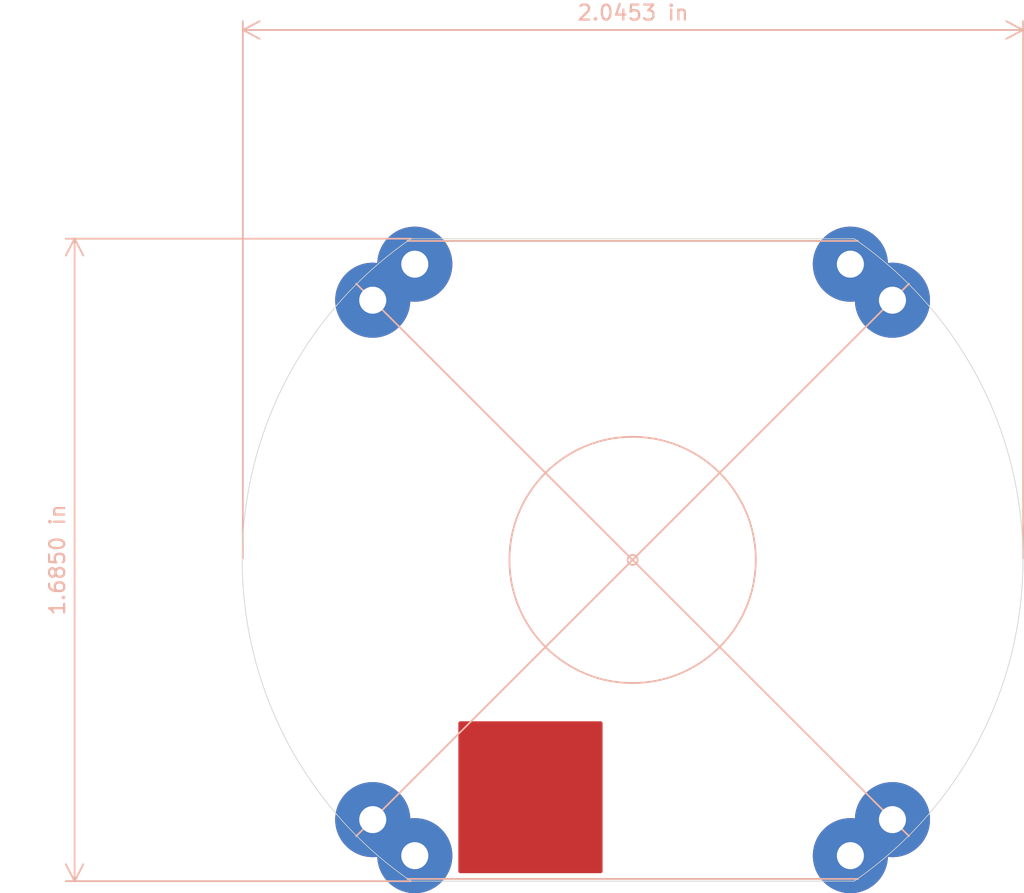
<source format=kicad_pcb>
(kicad_pcb (version 20171130) (host pcbnew 5.1.4-1.fc30)

  (general
    (thickness 1.6)
    (drawings 13)
    (tracks 8)
    (zones 0)
    (modules 0)
    (nets 1)
  )

  (page A4)
  (layers
    (0 F.Cu signal)
    (31 B.Cu signal)
    (32 B.Adhes user)
    (33 F.Adhes user)
    (34 B.Paste user)
    (35 F.Paste user)
    (36 B.SilkS user)
    (37 F.SilkS user)
    (38 B.Mask user)
    (39 F.Mask user)
    (40 Dwgs.User user)
    (41 Cmts.User user)
    (42 Eco1.User user)
    (43 Eco2.User user)
    (44 Edge.Cuts user)
    (45 Margin user)
    (46 B.CrtYd user)
    (47 F.CrtYd user)
    (48 B.Fab user)
    (49 F.Fab user)
  )

  (setup
    (last_trace_width 0.25)
    (user_trace_width 0.4)
    (trace_clearance 0.2)
    (zone_clearance 0.508)
    (zone_45_only no)
    (trace_min 0.2)
    (via_size 0.8)
    (via_drill 0.4)
    (via_min_size 0.4)
    (via_min_drill 0.3)
    (user_via 1.5 0.8)
    (user_via 1.8 0.3)
    (user_via 2 0.3)
    (user_via 4 0.8)
    (user_via 4 0.8)
    (user_via 5 1.8)
    (uvia_size 0.3)
    (uvia_drill 0.1)
    (uvias_allowed no)
    (uvia_min_size 0.2)
    (uvia_min_drill 0.1)
    (edge_width 0.05)
    (segment_width 0.2)
    (pcb_text_width 0.3)
    (pcb_text_size 1.5 1.5)
    (mod_edge_width 0.12)
    (mod_text_size 1 1)
    (mod_text_width 0.15)
    (pad_size 2 2)
    (pad_drill 0)
    (pad_to_mask_clearance 0.051)
    (solder_mask_min_width 0.25)
    (aux_axis_origin 0 0)
    (visible_elements FFFFFF7F)
    (pcbplotparams
      (layerselection 0x010fc_ffffffff)
      (usegerberextensions false)
      (usegerberattributes false)
      (usegerberadvancedattributes false)
      (creategerberjobfile false)
      (excludeedgelayer true)
      (linewidth 0.100000)
      (plotframeref false)
      (viasonmask false)
      (mode 1)
      (useauxorigin false)
      (hpglpennumber 1)
      (hpglpenspeed 20)
      (hpglpendiameter 15.000000)
      (psnegative false)
      (psa4output false)
      (plotreference true)
      (plotvalue true)
      (plotinvisibletext false)
      (padsonsilk false)
      (subtractmaskfromsilk false)
      (outputformat 1)
      (mirror false)
      (drillshape 1)
      (scaleselection 1)
      (outputdirectory ""))
  )

  (net 0 "")

  (net_class Default "To jest domyślna klasa połączeń."
    (clearance 0.2)
    (trace_width 0.25)
    (via_dia 0.8)
    (via_drill 0.4)
    (uvia_dia 0.3)
    (uvia_drill 0.1)
  )

  (gr_arc (start 231.2 128.95) (end 216.450001 107.550001) (angle -110.8467113) (layer Edge.Cuts) (width 0.05))
  (gr_arc (start 231.2 128.95) (end 245.949999 150.349999) (angle -110.8467113) (layer Edge.Cuts) (width 0.05))
  (dimension 51.95 (width 0.12) (layer B.SilkS)
    (gr_text "51,950 mm" (at 231.225 92.380001) (layer B.SilkS)
      (effects (font (size 1 1) (thickness 0.15)))
    )
    (feature1 (pts (xy 205.25 128.85) (xy 205.25 93.06358)))
    (feature2 (pts (xy 257.2 128.85) (xy 257.2 93.06358)))
    (crossbar (pts (xy 257.2 93.650001) (xy 205.25 93.650001)))
    (arrow1a (pts (xy 205.25 93.650001) (xy 206.376504 93.06358)))
    (arrow1b (pts (xy 205.25 93.650001) (xy 206.376504 94.236422)))
    (arrow2a (pts (xy 257.2 93.650001) (xy 256.073496 93.06358)))
    (arrow2b (pts (xy 257.2 93.650001) (xy 256.073496 94.236422)))
  )
  (dimension 42.799999 (width 0.12) (layer B.SilkS)
    (gr_text "42,800 mm" (at 192.78 128.949999 270) (layer B.SilkS)
      (effects (font (size 1 1) (thickness 0.15)))
    )
    (feature1 (pts (xy 216.45 150.349999) (xy 193.463579 150.349999)))
    (feature2 (pts (xy 216.45 107.55) (xy 193.463579 107.55)))
    (crossbar (pts (xy 194.05 107.55) (xy 194.05 150.349999)))
    (arrow1a (pts (xy 194.05 150.349999) (xy 193.463579 149.223495)))
    (arrow1b (pts (xy 194.05 150.349999) (xy 194.636421 149.223495)))
    (arrow2a (pts (xy 194.05 107.55) (xy 193.463579 108.676504)))
    (arrow2b (pts (xy 194.05 107.55) (xy 194.636421 108.676504)))
  )
  (gr_line (start 245.95 150.35) (end 216.45 150.35) (layer Edge.Cuts) (width 0.05) (tstamp 5D74E696))
  (gr_line (start 216.45 107.55) (end 245.95 107.55) (layer Edge.Cuts) (width 0.05))
  (gr_line (start 246.2 150.2) (end 216.2 150.2) (layer B.SilkS) (width 0.12) (tstamp 5D74E542))
  (gr_line (start 216.2 107.7) (end 246.2 107.7) (layer B.SilkS) (width 0.12))
  (gr_circle (center 231.2 128.95) (end 223 128.95) (layer B.SilkS) (width 0.12) (tstamp 5D74E377))
  (gr_line (start 249.6 147.35) (end 212.8 110.55) (layer B.SilkS) (width 0.12))
  (gr_circle (center 231.2 128.95) (end 231.35 128.65) (layer B.SilkS) (width 0.12))
  (gr_line (start 218.2 141.95) (end 249.6 110.55) (layer B.SilkS) (width 0.12))
  (gr_line (start 218.2 141.95) (end 212.8 147.35) (layer B.SilkS) (width 0.12))

  (via (at 248.5 111.65) (size 5) (drill 1.8) (layers F.Cu B.Cu) (net 0))
  (via (at 245.7 109.25) (size 5) (drill 1.8) (layers F.Cu B.Cu) (net 0))
  (via (at 248.5 146.25) (size 5) (drill 1.8) (layers F.Cu B.Cu) (net 0))
  (via (at 245.7 148.65) (size 5) (drill 1.8) (layers F.Cu B.Cu) (net 0))
  (via (at 213.9 146.25) (size 5) (drill 1.8) (layers F.Cu B.Cu) (net 0))
  (via (at 216.7 148.65) (size 5) (drill 1.8) (layers F.Cu B.Cu) (net 0))
  (via (at 213.9 111.65) (size 5) (drill 1.8) (layers F.Cu B.Cu) (net 0))
  (via (at 216.7 109.25) (size 5) (drill 1.8) (layers F.Cu B.Cu) (net 0))

  (zone (net 0) (net_name "") (layer F.Cu) (tstamp 5D74DF1E) (hatch edge 0.508)
    (connect_pads yes (clearance 0.508))
    (min_thickness 0.254)
    (fill yes (arc_segments 32) (thermal_gap 0.508) (thermal_bridge_width 0.508))
    (polygon
      (pts
        (xy 229.2 150.15) (xy 229.2 139.7) (xy 219.6 139.7) (xy 219.6 150.15)
      )
    )
    (filled_polygon
      (pts
        (xy 229.073 149.69) (xy 219.727 149.69) (xy 219.727 139.827) (xy 229.073 139.827)
      )
    )
  )
)

</source>
